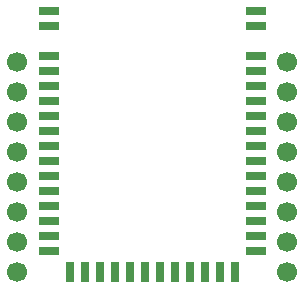
<source format=gbr>
G04 DipTrace 3.1.0.1*
G04 TopMask.gbr*
%MOIN*%
G04 #@! TF.FileFunction,Soldermask,Top*
G04 #@! TF.Part,Single*
%ADD30R,0.066929X0.029528*%
%ADD32R,0.029528X0.066929*%
%ADD34C,0.066929*%
%FSLAX26Y26*%
G04*
G70*
G90*
G75*
G01*
G04 TopMask*
%LPD*%
D34*
X1343648Y1143659D3*
Y1043659D3*
Y943659D3*
Y843659D3*
Y743659D3*
Y643659D3*
Y543659D3*
Y443659D3*
D32*
X918648D3*
X868648D3*
X968648D3*
X1018648D3*
X1068648D3*
X1118648D3*
X1168648D3*
X818648D3*
X768648D3*
X718648D3*
X668648D3*
X618648D3*
D30*
X549160Y512360D3*
X1238136D3*
Y562360D3*
Y612360D3*
Y662360D3*
Y712360D3*
Y762360D3*
Y812360D3*
Y862360D3*
Y962360D3*
Y1012360D3*
Y912360D3*
Y1062360D3*
Y1112360D3*
Y1162360D3*
X549160Y562360D3*
Y612360D3*
Y662360D3*
Y712360D3*
Y762360D3*
Y812360D3*
Y862360D3*
Y962360D3*
Y1012360D3*
Y912360D3*
Y1062360D3*
Y1112360D3*
Y1162360D3*
X1238136Y1262360D3*
Y1312360D3*
X549160Y1262360D3*
Y1312360D3*
D34*
X443648Y443659D3*
Y543659D3*
Y643659D3*
Y743659D3*
Y843659D3*
Y943659D3*
Y1043659D3*
Y1143659D3*
M02*

</source>
